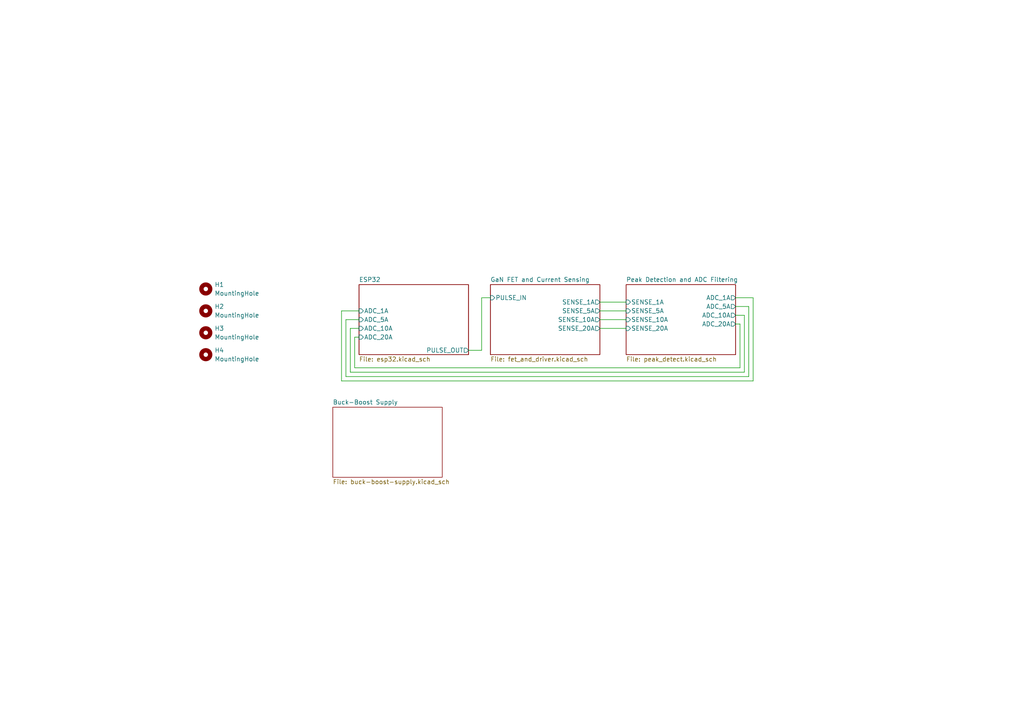
<source format=kicad_sch>
(kicad_sch (version 20230121) (generator eeschema)
  (paper "A4")
  (title_block (title "LD Current Pulse Supply") (date "2023-07-13") (rev "v0.5") (company "Doug Wagner") (comment 1 "Binghamton University"))
  (lib_symbols
    (symbol "Mechanical:MountingHole" (pin_names (offset 1.016))
      (property "Reference" "H" (at 0 5.08 0))
      (property "Value" "MountingHole" (at 0 3.175 0))
      (symbol "MountingHole_0_1"
        (circle (center 0 0) (radius 1.27) (stroke (width 1.27)))
      )
    )
  )
  (wire (pts (xy 217.17 88.9) (xy 217.17 109.22)))
  (wire (pts (xy 99.06 90.17) (xy 104.14 90.17)))
  (wire (pts (xy 135.89 101.6) (xy 139.7 101.6)))
  (wire (pts (xy 213.36 91.44) (xy 215.9 91.44)))
  (wire (pts (xy 215.9 107.95) (xy 101.6 107.95)))
  (wire (pts (xy 173.99 90.17) (xy 181.61 90.17)))
  (wire (pts (xy 139.7 86.36) (xy 142.24 86.36)))
  (wire (pts (xy 213.36 86.36) (xy 218.44 86.36)))
  (wire (pts (xy 218.44 110.49) (xy 99.06 110.49)))
  (wire (pts (xy 214.63 106.68) (xy 102.87 106.68)))
  (wire (pts (xy 214.63 93.98) (xy 214.63 106.68)))
  (wire (pts (xy 101.6 107.95) (xy 101.6 95.25)))
  (wire (pts (xy 139.7 101.6) (xy 139.7 86.36)))
  (wire (pts (xy 213.36 88.9) (xy 217.17 88.9)))
  (wire (pts (xy 99.06 110.49) (xy 99.06 90.17)))
  (wire (pts (xy 218.44 86.36) (xy 218.44 110.49)))
  (wire (pts (xy 100.33 92.71) (xy 104.14 92.71)))
  (wire (pts (xy 102.87 106.68) (xy 102.87 97.79)))
  (wire (pts (xy 101.6 95.25) (xy 104.14 95.25)))
  (wire (pts (xy 217.17 109.22) (xy 100.33 109.22)))
  (wire (pts (xy 215.9 91.44) (xy 215.9 107.95)))
  (wire (pts (xy 173.99 87.63) (xy 181.61 87.63)))
  (wire (pts (xy 213.36 93.98) (xy 214.63 93.98)))
  (wire (pts (xy 102.87 97.79) (xy 104.14 97.79)))
  (wire (pts (xy 173.99 92.71) (xy 181.61 92.71)))
  (wire (pts (xy 173.99 95.25) (xy 181.61 95.25)))
  (wire (pts (xy 100.33 109.22) (xy 100.33 92.71)))
  (symbol (lib_id "Mechanical:MountingHole") (at 59.69 102.87 0) (unit 1)
    (property "Reference" "H4" (at 62.23 101.6 0) (effects (justify left)))
    (property "Value" "MountingHole" (at 62.23 104.14 0) (effects (justify left)))
    (property "Footprint" "MountingHole:MountingHole_3.5mm" (effects hide))
  )
  (symbol (lib_id "Mechanical:MountingHole") (at 59.69 90.17 0) (unit 1)
    (property "Reference" "H2" (at 62.23 88.9 0) (effects (justify left)))
    (property "Value" "MountingHole" (at 62.23 91.44 0) (effects (justify left)))
    (property "Footprint" "MountingHole:MountingHole_3.5mm" (effects hide))
  )
  (symbol (lib_id "Mechanical:MountingHole") (at 59.69 83.82 0) (unit 1)
    (property "Reference" "H1" (at 62.23 82.55 0) (effects (justify left)))
    (property "Value" "MountingHole" (at 62.23 85.09 0) (effects (justify left)))
    (property "Footprint" "MountingHole:MountingHole_3.5mm" (effects hide))
  )
  (symbol (lib_id "Mechanical:MountingHole") (at 59.69 96.52 0) (unit 1)
    (property "Reference" "H3" (at 62.23 95.25 0) (effects (justify left)))
    (property "Value" "MountingHole" (at 62.23 97.79 0) (effects (justify left)))
    (property "Footprint" "MountingHole:MountingHole_3.5mm" (effects hide))
  )
  (sheet (at 96.52 118.11) (size 31.75 20.32) (stroke (width 0.1524))
    (property "Sheetname" "Buck-Boost Supply" (at 96.52 117.3984 0) (effects (justify left bottom)))
    (property "Sheetfile" "buck-boost-supply.kicad_sch" (at 96.52 139.0146 0) (effects (justify left top)))
  )
  (sheet (at 142.24 82.55) (size 31.75 20.32) (stroke (width 0.1524))
    (property "Sheetname" "GaN FET and Current Sensing" (at 142.24 81.8384 0) (effects (justify left bottom)))
    (property "Sheetfile" "fet_and_driver.kicad_sch" (at 142.24 103.4546 0) (effects (justify left top)))
    (pin "PULSE_IN" input (at 142.24 86.36 180))
    (pin "SENSE_1A" output (at 173.99 87.63 0))
    (pin "SENSE_10A" output (at 173.99 92.71 0))
    (pin "SENSE_5A" output (at 173.99 90.17 0))
    (pin "SENSE_20A" output (at 173.99 95.25 0))
  )
  (sheet (at 181.61 82.55) (size 31.75 20.32) (stroke (width 0.1524))
    (property "Sheetname" "Peak Detection and ADC Filtering" (at 181.61 81.8384 0) (effects (justify left bottom)))
    (property "Sheetfile" "peak_detect.kicad_sch" (at 181.61 103.4546 0) (effects (justify left top)))
    (pin "ADC_1A" output (at 213.36 86.36 0))
    (pin "ADC_5A" output (at 213.36 88.9 0))
    (pin "ADC_20A" output (at 213.36 93.98 0))
    (pin "ADC_10A" output (at 213.36 91.44 0))
    (pin "SENSE_1A" input (at 181.61 87.63 180))
    (pin "SENSE_5A" input (at 181.61 90.17 180))
    (pin "SENSE_10A" input (at 181.61 92.71 180))
    (pin "SENSE_20A" input (at 181.61 95.25 180))
  )
  (sheet (at 104.14 82.55) (size 31.75 20.32) (stroke (width 0.1524))
    (property "Sheetname" "ESP32" (at 104.14 81.8384 0) (effects (justify left bottom)))
    (property "Sheetfile" "esp32.kicad_sch" (at 104.14 103.4546 0) (effects (justify left top)))
    (pin "PULSE_OUT" output (at 135.89 101.6 0))
    (pin "ADC_10A" input (at 104.14 95.25 180))
    (pin "ADC_20A" input (at 104.14 97.79 180))
    (pin "ADC_5A" input (at 104.14 92.71 180))
    (pin "ADC_1A" input (at 104.14 90.17 180))
  )
)
</source>
